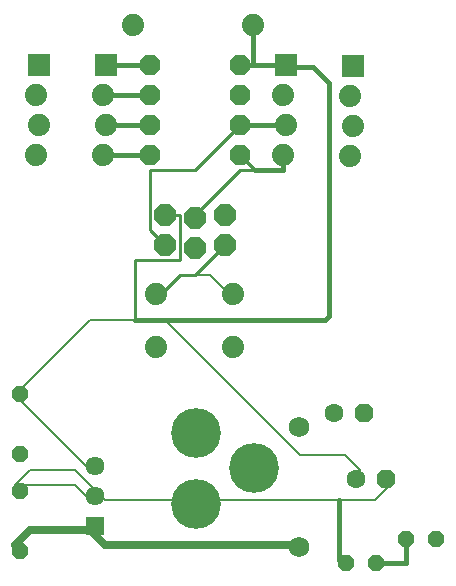
<source format=gbl>
G75*
G70*
%OFA0B0*%
%FSLAX24Y24*%
%IPPOS*%
%LPD*%
%AMOC8*
5,1,8,0,0,1.08239X$1,22.5*
%
%ADD10OC8,0.0680*%
%ADD11OC8,0.0740*%
%ADD12C,0.0740*%
%ADD13R,0.0740X0.0740*%
%ADD14OC8,0.0560*%
%ADD15C,0.0680*%
%ADD16R,0.0634X0.0634*%
%ADD17C,0.0634*%
%ADD18OC8,0.0630*%
%ADD19C,0.0630*%
%ADD20C,0.1660*%
%ADD21C,0.0100*%
%ADD22C,0.0160*%
%ADD23C,0.0080*%
%ADD24C,0.0250*%
D10*
X006657Y015245D03*
X006657Y016245D03*
X006657Y017245D03*
X006657Y018245D03*
X009657Y018245D03*
X009657Y017245D03*
X009657Y016245D03*
X009657Y015245D03*
D11*
X009157Y013245D03*
X009157Y012245D03*
X008157Y012145D03*
X008157Y013145D03*
X007157Y013245D03*
X007157Y012245D03*
D12*
X006877Y010635D03*
X006877Y008855D03*
X009437Y008855D03*
X009437Y010635D03*
X011107Y015245D03*
X011207Y016245D03*
X011107Y017245D03*
X010095Y019580D03*
X013352Y017232D03*
X013452Y016232D03*
X013352Y015232D03*
X006095Y019580D03*
X005107Y017245D03*
X005207Y016245D03*
X005107Y015245D03*
X002864Y015252D03*
X002964Y016252D03*
X002864Y017252D03*
D13*
X002964Y018252D03*
X005207Y018245D03*
X011207Y018245D03*
X013452Y018232D03*
D14*
X002351Y007288D03*
X002351Y005288D03*
X002337Y004058D03*
X002337Y002058D03*
X013187Y001659D03*
X014187Y001659D03*
X015204Y002473D03*
X016204Y002473D03*
D15*
X011640Y002189D03*
X011640Y006189D03*
D16*
X004837Y002890D03*
D17*
X004837Y003890D03*
X004837Y004890D03*
D18*
X013799Y006659D03*
X014532Y004456D03*
D19*
X013532Y004456D03*
X012799Y006659D03*
D20*
X010132Y004833D03*
X008202Y005994D03*
X008202Y003632D03*
D21*
X006157Y009745D02*
X006157Y011745D01*
X007657Y011745D01*
X007657Y013245D01*
X007157Y013245D01*
X006657Y012745D02*
X006657Y014745D01*
X008157Y014745D01*
X009657Y016245D01*
X009657Y015245D02*
X010157Y014745D01*
X009657Y014745D01*
X008157Y013245D01*
X008157Y013145D01*
X009157Y012245D02*
X008157Y011245D01*
X007657Y011245D01*
X007157Y010745D01*
X006877Y010635D01*
X007157Y012245D02*
X006657Y012745D01*
D22*
X006657Y015245D02*
X005107Y015245D01*
X005207Y016245D02*
X006657Y016245D01*
X006657Y017245D02*
X005107Y017245D01*
X005207Y018245D02*
X006657Y018245D01*
X009657Y018245D02*
X010095Y018245D01*
X010095Y019580D01*
X009657Y018245D02*
X011207Y018245D01*
X011250Y018201D01*
X012091Y018201D01*
X012633Y017659D01*
X012633Y009885D01*
X012492Y009745D01*
X007157Y009745D01*
X006157Y009745D01*
X010157Y014745D02*
X011107Y014745D01*
X011107Y015245D01*
X011207Y016245D02*
X009657Y016245D01*
X012966Y003745D02*
X012966Y001745D01*
X013157Y001745D01*
X014187Y001659D02*
X015204Y001659D01*
X015204Y002473D01*
D23*
X014157Y003745D02*
X012966Y003745D01*
X008657Y003745D01*
X008202Y003632D01*
X008157Y003745D01*
X005157Y003745D01*
X004157Y004745D01*
X002657Y004745D01*
X002157Y004245D01*
X002337Y004058D01*
X002157Y004245D02*
X004157Y004245D01*
X004657Y003745D01*
X004837Y003890D01*
X004657Y004745D02*
X004837Y004890D01*
X004657Y004745D02*
X002157Y007245D01*
X002351Y007288D01*
X002157Y007245D02*
X004657Y009745D01*
X006157Y009745D01*
X007157Y009745D02*
X011657Y005245D01*
X013157Y005245D01*
X013657Y004745D01*
X013532Y004456D01*
X014157Y003745D02*
X014657Y004245D01*
X014532Y004456D01*
X013157Y001745D02*
X013187Y001659D01*
X009437Y010635D02*
X009157Y010745D01*
X008657Y011245D01*
X008157Y011245D01*
D24*
X002157Y002245D02*
X002337Y002058D01*
X002157Y002245D02*
X002657Y002745D01*
X004657Y002745D01*
X004837Y002890D01*
X004657Y002745D02*
X005157Y002245D01*
X011657Y002245D01*
X011640Y002189D01*
X011640Y006189D02*
X011657Y006245D01*
M02*

</source>
